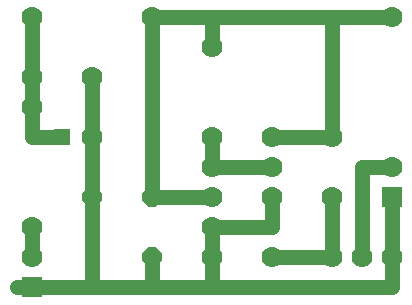
<source format=gbl>
G75*
%MOIN*%
%OFA0B0*%
%FSLAX25Y25*%
%IPPOS*%
%LPD*%
%AMOC8*
5,1,8,0,0,1.08239X$1,22.5*
%
%ADD10R,0.07000X0.07000*%
%ADD11C,0.07000*%
%ADD12OC8,0.06496*%
%ADD13R,0.05543X0.05543*%
%ADD14C,0.05000*%
D10*
X0021000Y0031000D03*
X0141000Y0061000D03*
D11*
X0141000Y0071000D03*
X0121000Y0061000D03*
X0101000Y0061000D03*
X0101000Y0071000D03*
X0101000Y0081000D03*
X0081000Y0081000D03*
X0081000Y0071000D03*
X0081000Y0061000D03*
X0081000Y0051000D03*
X0081000Y0041000D03*
X0101000Y0041000D03*
X0121000Y0041000D03*
X0131000Y0041000D03*
X0141000Y0041000D03*
X0121000Y0081000D03*
X0081000Y0111000D03*
X0061000Y0121000D03*
X0041000Y0101000D03*
X0021000Y0101000D03*
X0021000Y0091000D03*
X0041000Y0081000D03*
X0021000Y0051000D03*
X0021000Y0041000D03*
X0021000Y0121000D03*
X0141000Y0121000D03*
D12*
X0061000Y0061000D03*
X0041000Y0061000D03*
X0061000Y0041000D03*
D13*
X0031000Y0081000D03*
D14*
X0021000Y0031000D02*
X0016000Y0031000D01*
X0021000Y0031000D02*
X0041000Y0031000D01*
X0041000Y0061000D01*
X0041000Y0081000D01*
X0041000Y0101000D01*
X0021000Y0101000D02*
X0021000Y0091000D01*
X0021000Y0081000D01*
X0031000Y0081000D01*
X0021000Y0101000D02*
X0021000Y0121000D01*
X0061000Y0121000D02*
X0081000Y0121000D01*
X0081000Y0111000D01*
X0081000Y0121000D02*
X0121000Y0121000D01*
X0141000Y0121000D01*
X0121000Y0121000D02*
X0121000Y0081000D01*
X0101000Y0081000D01*
X0101000Y0071000D02*
X0081000Y0071000D01*
X0081000Y0081000D01*
X0081000Y0061000D02*
X0061000Y0061000D01*
X0061000Y0121000D01*
X0101000Y0061000D02*
X0101000Y0051000D01*
X0081000Y0051000D01*
X0081000Y0041000D01*
X0081000Y0031000D01*
X0061000Y0031000D01*
X0061000Y0041000D01*
X0061000Y0031000D02*
X0041000Y0031000D01*
X0021000Y0041000D02*
X0021000Y0051000D01*
X0081000Y0031000D02*
X0141000Y0031000D01*
X0141000Y0061000D01*
X0141000Y0041000D01*
X0131000Y0041000D02*
X0131000Y0071000D01*
X0141000Y0071000D01*
X0121000Y0061000D02*
X0121000Y0041000D01*
X0101000Y0041000D01*
M02*

</source>
